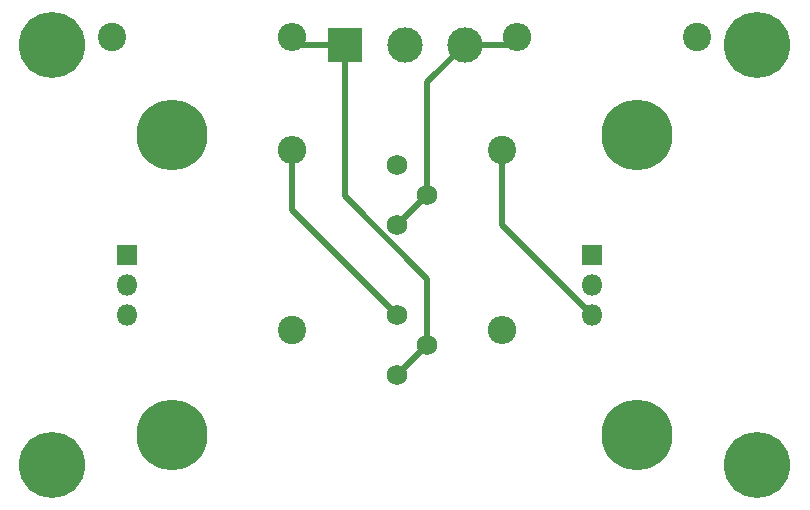
<source format=gbr>
G04 #@! TF.GenerationSoftware,KiCad,Pcbnew,(5.1.4-0-10_14)*
G04 #@! TF.CreationDate,2019-09-24T21:23:23-07:00*
G04 #@! TF.ProjectId,CCS_Load_x2,4343535f-4c6f-4616-945f-78322e6b6963,2.0*
G04 #@! TF.SameCoordinates,Original*
G04 #@! TF.FileFunction,Copper,L1,Top*
G04 #@! TF.FilePolarity,Positive*
%FSLAX46Y46*%
G04 Gerber Fmt 4.6, Leading zero omitted, Abs format (unit mm)*
G04 Created by KiCad (PCBNEW (5.1.4-0-10_14)) date 2019-09-24 21:23:23*
%MOMM*%
%LPD*%
G04 APERTURE LIST*
%ADD10R,3.000000X3.000000*%
%ADD11C,3.000000*%
%ADD12C,5.600000*%
%ADD13C,1.750000*%
%ADD14C,5.999480*%
%ADD15R,1.800000X1.800000*%
%ADD16O,1.800000X1.800000*%
%ADD17C,2.400000*%
%ADD18O,2.400000X2.400000*%
%ADD19C,0.500000*%
G04 APERTURE END LIST*
D10*
X141605000Y-93980000D03*
D11*
X146685000Y-93980000D03*
X151765000Y-93980000D03*
D12*
X116840000Y-129540000D03*
X176530000Y-129540000D03*
X176530000Y-93980000D03*
X116840000Y-93980000D03*
D13*
X146050000Y-104140000D03*
X148590000Y-106680000D03*
X146050000Y-109220000D03*
X146050000Y-116840000D03*
X148590000Y-119380000D03*
X146050000Y-121920000D03*
D14*
X127000000Y-101600000D03*
X127000000Y-127000000D03*
D15*
X123190000Y-111760000D03*
D16*
X123190000Y-114300000D03*
X123190000Y-116840000D03*
D15*
X162560000Y-111760000D03*
D16*
X162560000Y-114300000D03*
X162560000Y-116840000D03*
D17*
X121920000Y-93345000D03*
D18*
X137160000Y-93345000D03*
D17*
X137160000Y-118110000D03*
D18*
X137160000Y-102870000D03*
D17*
X171450000Y-93345000D03*
D18*
X156210000Y-93345000D03*
D17*
X154940000Y-102870000D03*
D18*
X154940000Y-118110000D03*
D14*
X166370000Y-101600000D03*
X166370000Y-127000000D03*
D19*
X137795000Y-93980000D02*
X137160000Y-93345000D01*
X141605000Y-93980000D02*
X137795000Y-93980000D01*
X148590000Y-118142564D02*
X148590000Y-119380000D01*
X148590000Y-113795002D02*
X148590000Y-118142564D01*
X141605000Y-106810002D02*
X148590000Y-113795002D01*
X141605000Y-93980000D02*
X141605000Y-106810002D01*
X148590000Y-119380000D02*
X146050000Y-121920000D01*
X148590000Y-105442564D02*
X148590000Y-106680000D01*
X148590000Y-97155000D02*
X151765000Y-93980000D01*
X148590000Y-106680000D02*
X148590000Y-97155000D01*
X155575000Y-93980000D02*
X156210000Y-93345000D01*
X151765000Y-93980000D02*
X155575000Y-93980000D01*
X146050000Y-109220000D02*
X148590000Y-106680000D01*
X137160000Y-107950000D02*
X146050000Y-116840000D01*
X137160000Y-102870000D02*
X137160000Y-107950000D01*
X154940000Y-109220000D02*
X154940000Y-102870000D01*
X162560000Y-116840000D02*
X154940000Y-109220000D01*
M02*

</source>
